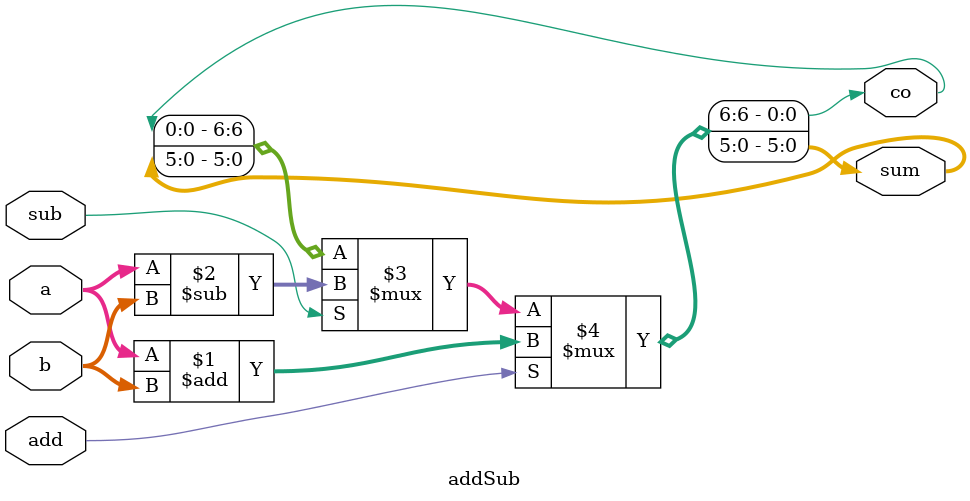
<source format=sv>
`timescale 1ns/1ns

module addSub(input [5:0] a, b, input add, sub, output reg [5:0] sum, output reg co);

  assign {co,sum} = (add) ? a+b : (sub) ? a-b : {co,sum} ;

endmodule

</source>
